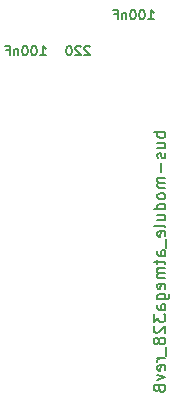
<source format=gbr>
G04 #@! TF.GenerationSoftware,KiCad,Pcbnew,6.0.11-2627ca5db0~126~ubuntu22.04.1*
G04 #@! TF.CreationDate,2023-12-06T10:27:34+01:00*
G04 #@! TF.ProjectId,roomthermostat,726f6f6d-7468-4657-926d-6f737461742e,C*
G04 #@! TF.SameCoordinates,Original*
G04 #@! TF.FileFunction,AssemblyDrawing,Bot*
%FSLAX46Y46*%
G04 Gerber Fmt 4.6, Leading zero omitted, Abs format (unit mm)*
G04 Created by KiCad (PCBNEW 6.0.11-2627ca5db0~126~ubuntu22.04.1) date 2023-12-06 10:27:34*
%MOMM*%
%LPD*%
G01*
G04 APERTURE LIST*
%ADD10C,0.150000*%
G04 APERTURE END LIST*
D10*
X91676095Y-83840904D02*
X92133238Y-83840904D01*
X91904666Y-83840904D02*
X91904666Y-83040904D01*
X91980857Y-83155190D01*
X92057047Y-83231380D01*
X92133238Y-83269476D01*
X91180857Y-83040904D02*
X91104666Y-83040904D01*
X91028476Y-83079000D01*
X90990380Y-83117095D01*
X90952285Y-83193285D01*
X90914190Y-83345666D01*
X90914190Y-83536142D01*
X90952285Y-83688523D01*
X90990380Y-83764714D01*
X91028476Y-83802809D01*
X91104666Y-83840904D01*
X91180857Y-83840904D01*
X91257047Y-83802809D01*
X91295142Y-83764714D01*
X91333238Y-83688523D01*
X91371333Y-83536142D01*
X91371333Y-83345666D01*
X91333238Y-83193285D01*
X91295142Y-83117095D01*
X91257047Y-83079000D01*
X91180857Y-83040904D01*
X90418952Y-83040904D02*
X90342761Y-83040904D01*
X90266571Y-83079000D01*
X90228476Y-83117095D01*
X90190380Y-83193285D01*
X90152285Y-83345666D01*
X90152285Y-83536142D01*
X90190380Y-83688523D01*
X90228476Y-83764714D01*
X90266571Y-83802809D01*
X90342761Y-83840904D01*
X90418952Y-83840904D01*
X90495142Y-83802809D01*
X90533238Y-83764714D01*
X90571333Y-83688523D01*
X90609428Y-83536142D01*
X90609428Y-83345666D01*
X90571333Y-83193285D01*
X90533238Y-83117095D01*
X90495142Y-83079000D01*
X90418952Y-83040904D01*
X89809428Y-83307571D02*
X89809428Y-83840904D01*
X89809428Y-83383761D02*
X89771333Y-83345666D01*
X89695142Y-83307571D01*
X89580857Y-83307571D01*
X89504666Y-83345666D01*
X89466571Y-83421857D01*
X89466571Y-83840904D01*
X88818952Y-83421857D02*
X89085619Y-83421857D01*
X89085619Y-83840904D02*
X89085619Y-83040904D01*
X88704666Y-83040904D01*
X100820095Y-80792904D02*
X101277238Y-80792904D01*
X101048666Y-80792904D02*
X101048666Y-79992904D01*
X101124857Y-80107190D01*
X101201047Y-80183380D01*
X101277238Y-80221476D01*
X100324857Y-79992904D02*
X100248666Y-79992904D01*
X100172476Y-80031000D01*
X100134380Y-80069095D01*
X100096285Y-80145285D01*
X100058190Y-80297666D01*
X100058190Y-80488142D01*
X100096285Y-80640523D01*
X100134380Y-80716714D01*
X100172476Y-80754809D01*
X100248666Y-80792904D01*
X100324857Y-80792904D01*
X100401047Y-80754809D01*
X100439142Y-80716714D01*
X100477238Y-80640523D01*
X100515333Y-80488142D01*
X100515333Y-80297666D01*
X100477238Y-80145285D01*
X100439142Y-80069095D01*
X100401047Y-80031000D01*
X100324857Y-79992904D01*
X99562952Y-79992904D02*
X99486761Y-79992904D01*
X99410571Y-80031000D01*
X99372476Y-80069095D01*
X99334380Y-80145285D01*
X99296285Y-80297666D01*
X99296285Y-80488142D01*
X99334380Y-80640523D01*
X99372476Y-80716714D01*
X99410571Y-80754809D01*
X99486761Y-80792904D01*
X99562952Y-80792904D01*
X99639142Y-80754809D01*
X99677238Y-80716714D01*
X99715333Y-80640523D01*
X99753428Y-80488142D01*
X99753428Y-80297666D01*
X99715333Y-80145285D01*
X99677238Y-80069095D01*
X99639142Y-80031000D01*
X99562952Y-79992904D01*
X98953428Y-80259571D02*
X98953428Y-80792904D01*
X98953428Y-80335761D02*
X98915333Y-80297666D01*
X98839142Y-80259571D01*
X98724857Y-80259571D01*
X98648666Y-80297666D01*
X98610571Y-80373857D01*
X98610571Y-80792904D01*
X97962952Y-80373857D02*
X98229619Y-80373857D01*
X98229619Y-80792904D02*
X98229619Y-79992904D01*
X97848666Y-79992904D01*
X95873476Y-83117095D02*
X95835380Y-83079000D01*
X95759190Y-83040904D01*
X95568714Y-83040904D01*
X95492523Y-83079000D01*
X95454428Y-83117095D01*
X95416333Y-83193285D01*
X95416333Y-83269476D01*
X95454428Y-83383761D01*
X95911571Y-83840904D01*
X95416333Y-83840904D01*
X95111571Y-83117095D02*
X95073476Y-83079000D01*
X94997285Y-83040904D01*
X94806809Y-83040904D01*
X94730619Y-83079000D01*
X94692523Y-83117095D01*
X94654428Y-83193285D01*
X94654428Y-83269476D01*
X94692523Y-83383761D01*
X95149666Y-83840904D01*
X94654428Y-83840904D01*
X94159190Y-83040904D02*
X94083000Y-83040904D01*
X94006809Y-83079000D01*
X93968714Y-83117095D01*
X93930619Y-83193285D01*
X93892523Y-83345666D01*
X93892523Y-83536142D01*
X93930619Y-83688523D01*
X93968714Y-83764714D01*
X94006809Y-83802809D01*
X94083000Y-83840904D01*
X94159190Y-83840904D01*
X94235380Y-83802809D01*
X94273476Y-83764714D01*
X94311571Y-83688523D01*
X94349666Y-83536142D01*
X94349666Y-83345666D01*
X94311571Y-83193285D01*
X94273476Y-83117095D01*
X94235380Y-83079000D01*
X94159190Y-83040904D01*
X102277380Y-90347619D02*
X101277380Y-90347619D01*
X101658333Y-90347619D02*
X101610714Y-90442857D01*
X101610714Y-90633333D01*
X101658333Y-90728571D01*
X101705952Y-90776190D01*
X101801190Y-90823809D01*
X102086904Y-90823809D01*
X102182142Y-90776190D01*
X102229761Y-90728571D01*
X102277380Y-90633333D01*
X102277380Y-90442857D01*
X102229761Y-90347619D01*
X101610714Y-91680952D02*
X102277380Y-91680952D01*
X101610714Y-91252380D02*
X102134523Y-91252380D01*
X102229761Y-91300000D01*
X102277380Y-91395238D01*
X102277380Y-91538095D01*
X102229761Y-91633333D01*
X102182142Y-91680952D01*
X102229761Y-92109523D02*
X102277380Y-92204761D01*
X102277380Y-92395238D01*
X102229761Y-92490476D01*
X102134523Y-92538095D01*
X102086904Y-92538095D01*
X101991666Y-92490476D01*
X101944047Y-92395238D01*
X101944047Y-92252380D01*
X101896428Y-92157142D01*
X101801190Y-92109523D01*
X101753571Y-92109523D01*
X101658333Y-92157142D01*
X101610714Y-92252380D01*
X101610714Y-92395238D01*
X101658333Y-92490476D01*
X101896428Y-92966666D02*
X101896428Y-93728571D01*
X102277380Y-94204761D02*
X101610714Y-94204761D01*
X101705952Y-94204761D02*
X101658333Y-94252380D01*
X101610714Y-94347619D01*
X101610714Y-94490476D01*
X101658333Y-94585714D01*
X101753571Y-94633333D01*
X102277380Y-94633333D01*
X101753571Y-94633333D02*
X101658333Y-94680952D01*
X101610714Y-94776190D01*
X101610714Y-94919047D01*
X101658333Y-95014285D01*
X101753571Y-95061904D01*
X102277380Y-95061904D01*
X102277380Y-95680952D02*
X102229761Y-95585714D01*
X102182142Y-95538095D01*
X102086904Y-95490476D01*
X101801190Y-95490476D01*
X101705952Y-95538095D01*
X101658333Y-95585714D01*
X101610714Y-95680952D01*
X101610714Y-95823809D01*
X101658333Y-95919047D01*
X101705952Y-95966666D01*
X101801190Y-96014285D01*
X102086904Y-96014285D01*
X102182142Y-95966666D01*
X102229761Y-95919047D01*
X102277380Y-95823809D01*
X102277380Y-95680952D01*
X102277380Y-96871428D02*
X101277380Y-96871428D01*
X102229761Y-96871428D02*
X102277380Y-96776190D01*
X102277380Y-96585714D01*
X102229761Y-96490476D01*
X102182142Y-96442857D01*
X102086904Y-96395238D01*
X101801190Y-96395238D01*
X101705952Y-96442857D01*
X101658333Y-96490476D01*
X101610714Y-96585714D01*
X101610714Y-96776190D01*
X101658333Y-96871428D01*
X101610714Y-97776190D02*
X102277380Y-97776190D01*
X101610714Y-97347619D02*
X102134523Y-97347619D01*
X102229761Y-97395238D01*
X102277380Y-97490476D01*
X102277380Y-97633333D01*
X102229761Y-97728571D01*
X102182142Y-97776190D01*
X102277380Y-98395238D02*
X102229761Y-98300000D01*
X102134523Y-98252380D01*
X101277380Y-98252380D01*
X102229761Y-99157142D02*
X102277380Y-99061904D01*
X102277380Y-98871428D01*
X102229761Y-98776190D01*
X102134523Y-98728571D01*
X101753571Y-98728571D01*
X101658333Y-98776190D01*
X101610714Y-98871428D01*
X101610714Y-99061904D01*
X101658333Y-99157142D01*
X101753571Y-99204761D01*
X101848809Y-99204761D01*
X101944047Y-98728571D01*
X102372619Y-99395238D02*
X102372619Y-100157142D01*
X102277380Y-100823809D02*
X101753571Y-100823809D01*
X101658333Y-100776190D01*
X101610714Y-100680952D01*
X101610714Y-100490476D01*
X101658333Y-100395238D01*
X102229761Y-100823809D02*
X102277380Y-100728571D01*
X102277380Y-100490476D01*
X102229761Y-100395238D01*
X102134523Y-100347619D01*
X102039285Y-100347619D01*
X101944047Y-100395238D01*
X101896428Y-100490476D01*
X101896428Y-100728571D01*
X101848809Y-100823809D01*
X101610714Y-101157142D02*
X101610714Y-101538095D01*
X101277380Y-101300000D02*
X102134523Y-101300000D01*
X102229761Y-101347619D01*
X102277380Y-101442857D01*
X102277380Y-101538095D01*
X102277380Y-101871428D02*
X101610714Y-101871428D01*
X101705952Y-101871428D02*
X101658333Y-101919047D01*
X101610714Y-102014285D01*
X101610714Y-102157142D01*
X101658333Y-102252380D01*
X101753571Y-102299999D01*
X102277380Y-102299999D01*
X101753571Y-102299999D02*
X101658333Y-102347619D01*
X101610714Y-102442857D01*
X101610714Y-102585714D01*
X101658333Y-102680952D01*
X101753571Y-102728571D01*
X102277380Y-102728571D01*
X102229761Y-103585714D02*
X102277380Y-103490476D01*
X102277380Y-103300000D01*
X102229761Y-103204761D01*
X102134523Y-103157142D01*
X101753571Y-103157142D01*
X101658333Y-103204761D01*
X101610714Y-103300000D01*
X101610714Y-103490476D01*
X101658333Y-103585714D01*
X101753571Y-103633333D01*
X101848809Y-103633333D01*
X101944047Y-103157142D01*
X101610714Y-104490476D02*
X102420238Y-104490476D01*
X102515476Y-104442857D01*
X102563095Y-104395238D01*
X102610714Y-104299999D01*
X102610714Y-104157142D01*
X102563095Y-104061904D01*
X102229761Y-104490476D02*
X102277380Y-104395238D01*
X102277380Y-104204761D01*
X102229761Y-104109523D01*
X102182142Y-104061904D01*
X102086904Y-104014285D01*
X101801190Y-104014285D01*
X101705952Y-104061904D01*
X101658333Y-104109523D01*
X101610714Y-104204761D01*
X101610714Y-104395238D01*
X101658333Y-104490476D01*
X102277380Y-105395238D02*
X101753571Y-105395238D01*
X101658333Y-105347619D01*
X101610714Y-105252380D01*
X101610714Y-105061904D01*
X101658333Y-104966666D01*
X102229761Y-105395238D02*
X102277380Y-105299999D01*
X102277380Y-105061904D01*
X102229761Y-104966666D01*
X102134523Y-104919047D01*
X102039285Y-104919047D01*
X101944047Y-104966666D01*
X101896428Y-105061904D01*
X101896428Y-105299999D01*
X101848809Y-105395238D01*
X101277380Y-105776190D02*
X101277380Y-106395238D01*
X101658333Y-106061904D01*
X101658333Y-106204761D01*
X101705952Y-106299999D01*
X101753571Y-106347619D01*
X101848809Y-106395238D01*
X102086904Y-106395238D01*
X102182142Y-106347619D01*
X102229761Y-106299999D01*
X102277380Y-106204761D01*
X102277380Y-105919047D01*
X102229761Y-105823809D01*
X102182142Y-105776190D01*
X101372619Y-106776190D02*
X101325000Y-106823809D01*
X101277380Y-106919047D01*
X101277380Y-107157142D01*
X101325000Y-107252380D01*
X101372619Y-107299999D01*
X101467857Y-107347619D01*
X101563095Y-107347619D01*
X101705952Y-107299999D01*
X102277380Y-106728571D01*
X102277380Y-107347619D01*
X101705952Y-107919047D02*
X101658333Y-107823809D01*
X101610714Y-107776190D01*
X101515476Y-107728571D01*
X101467857Y-107728571D01*
X101372619Y-107776190D01*
X101325000Y-107823809D01*
X101277380Y-107919047D01*
X101277380Y-108109523D01*
X101325000Y-108204761D01*
X101372619Y-108252380D01*
X101467857Y-108299999D01*
X101515476Y-108299999D01*
X101610714Y-108252380D01*
X101658333Y-108204761D01*
X101705952Y-108109523D01*
X101705952Y-107919047D01*
X101753571Y-107823809D01*
X101801190Y-107776190D01*
X101896428Y-107728571D01*
X102086904Y-107728571D01*
X102182142Y-107776190D01*
X102229761Y-107823809D01*
X102277380Y-107919047D01*
X102277380Y-108109523D01*
X102229761Y-108204761D01*
X102182142Y-108252380D01*
X102086904Y-108299999D01*
X101896428Y-108299999D01*
X101801190Y-108252380D01*
X101753571Y-108204761D01*
X101705952Y-108109523D01*
X102372619Y-108490476D02*
X102372619Y-109252380D01*
X102277380Y-109490476D02*
X101610714Y-109490476D01*
X101801190Y-109490476D02*
X101705952Y-109538095D01*
X101658333Y-109585714D01*
X101610714Y-109680952D01*
X101610714Y-109776190D01*
X102229761Y-110490476D02*
X102277380Y-110395238D01*
X102277380Y-110204761D01*
X102229761Y-110109523D01*
X102134523Y-110061904D01*
X101753571Y-110061904D01*
X101658333Y-110109523D01*
X101610714Y-110204761D01*
X101610714Y-110395238D01*
X101658333Y-110490476D01*
X101753571Y-110538095D01*
X101848809Y-110538095D01*
X101944047Y-110061904D01*
X101610714Y-110871428D02*
X102277380Y-111109523D01*
X101610714Y-111347619D01*
X101753571Y-112061904D02*
X101801190Y-112204761D01*
X101848809Y-112252380D01*
X101944047Y-112299999D01*
X102086904Y-112299999D01*
X102182142Y-112252380D01*
X102229761Y-112204761D01*
X102277380Y-112109523D01*
X102277380Y-111728571D01*
X101277380Y-111728571D01*
X101277380Y-112061904D01*
X101325000Y-112157142D01*
X101372619Y-112204761D01*
X101467857Y-112252380D01*
X101563095Y-112252380D01*
X101658333Y-112204761D01*
X101705952Y-112157142D01*
X101753571Y-112061904D01*
X101753571Y-111728571D01*
M02*

</source>
